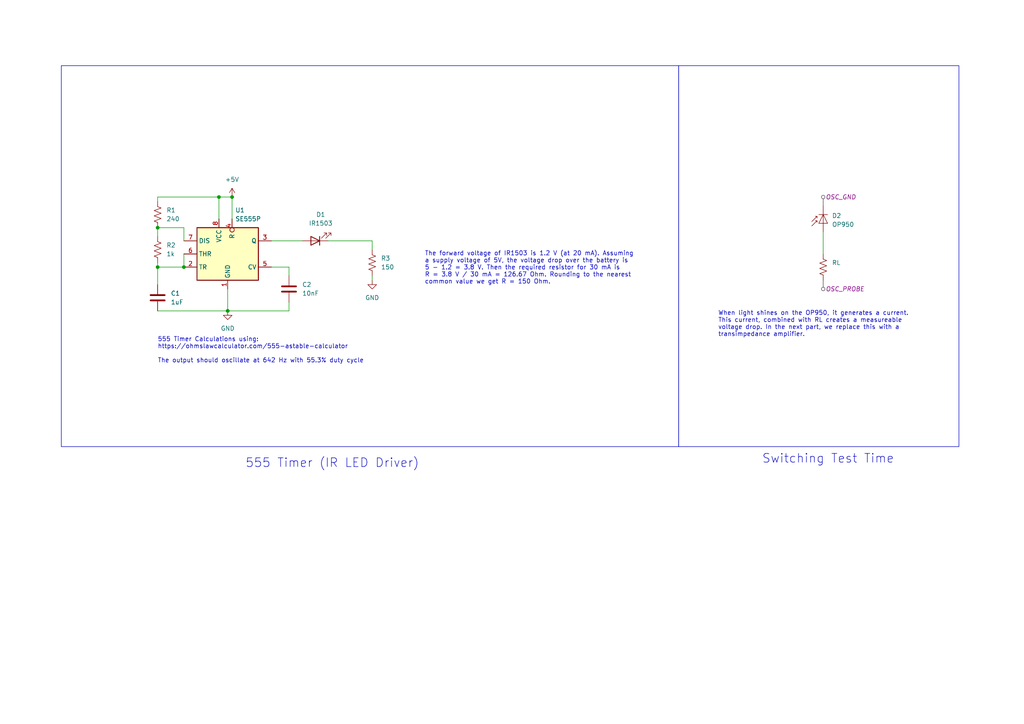
<source format=kicad_sch>
(kicad_sch (version 20230121) (generator eeschema)
  (paper "A4")
  (title_block (title "555 Timer & IR LED Driver / Sensor") (date "2024-02-05") (rev "2") (company "E80 Team 36"))
  (lib_symbols
    (symbol "Device:C" (pin_numbers hide) (pin_names (offset 0.254))
      (property "Reference" "C" (at 0.635 2.54 0))
      (property "Value" "C" (at 0.635 -2.54 0))
      (symbol "C_0_1"
        (polyline (pts (xy -2.032 -0.762) (xy 2.032 -0.762)) (stroke (width 0.508)))
        (polyline (pts (xy -2.032 0.762) (xy 2.032 0.762)) (stroke (width 0.508)))
      )
      (symbol "C_1_1"
        (pin passive line (at 0 3.81 270) (length 2.794) (name "~") (number "1"))
        (pin passive line (at 0 -3.81 90) (length 2.794) (name "~") (number "2"))
      )
    )
    (symbol "Device:R_US" (pin_numbers hide) (pin_names (offset 0))
      (property "Reference" "R" (at 2.54 0 90))
      (property "Value" "R_US" (at -2.54 0 90))
      (symbol "R_US_0_1"
        (polyline (pts (xy 0 -2.286) (xy 0 -2.54)))
        (polyline (pts (xy 0 2.286) (xy 0 2.54)))
        (polyline (pts (xy 0 -0.762) (xy 1.016 -1.143) (xy 0 -1.524) (xy -1.016 -1.905) (xy 0 -2.286)))
        (polyline (pts (xy 0 0.762) (xy 1.016 0.381) (xy 0 0) (xy -1.016 -0.381) (xy 0 -0.762)))
        (polyline (pts (xy 0 2.286) (xy 1.016 1.905) (xy 0 1.524) (xy -1.016 1.143) (xy 0 0.762)))
      )
      (symbol "R_US_1_1"
        (pin passive line (at 0 3.81 270) (length 1.27) (name "~") (number "1"))
        (pin passive line (at 0 -3.81 90) (length 1.27) (name "~") (number "2"))
      )
    )
    (symbol "LED:IR26-21C_L110_TR8" (pin_numbers hide) (pin_names (offset 1.016) hide)
      (property "Reference" "D" (at 0 2.54 0))
      (property "Value" "IR26-21C_L110_TR8" (at 0 -3.81 0))
      (symbol "IR26-21C_L110_TR8_0_1"
        (polyline (pts (xy -1.27 -1.27) (xy -1.27 1.27)) (stroke (width 0.254)))
        (polyline (pts (xy -1.27 0) (xy 1.27 0)))
        (polyline (pts (xy 1.27 -1.27) (xy 1.27 1.27) (xy -1.27 0) (xy 1.27 -1.27)) (stroke (width 0.254)))
        (polyline (pts (xy -3.048 -0.762) (xy -4.572 -2.286) (xy -3.81 -2.286) (xy -4.572 -2.286) (xy -4.572 -1.524)))
        (polyline (pts (xy -1.778 -0.762) (xy -3.302 -2.286) (xy -2.54 -2.286) (xy -3.302 -2.286) (xy -3.302 -1.524)))
      )
      (symbol "IR26-21C_L110_TR8_1_1"
        (pin passive line (at -3.81 0 0) (length 2.54) (name "K") (number "1"))
        (pin passive line (at 3.81 0 180) (length 2.54) (name "A") (number "2"))
      )
    )
    (symbol "Sensor_Optical:BP104" (pin_numbers hide) (pin_names (offset 1.016) hide)
      (property "Reference" "D" (at 0.508 1.778 0))
      (property "Value" "BP104" (at -1.016 -2.794 0))
      (symbol "BP104_0_1"
        (polyline (pts (xy -2.54 1.27) (xy -2.54 -1.27)) (stroke (width 0.1524)))
        (polyline (pts (xy -2.032 1.778) (xy -1.524 1.778)))
        (polyline (pts (xy 0 -1.27) (xy 0 1.27)))
        (polyline (pts (xy 0 0) (xy -2.54 0)))
        (polyline (pts (xy -0.508 3.302) (xy -2.032 1.778) (xy -2.032 2.286)))
        (polyline (pts (xy 0 1.27) (xy -2.54 0) (xy 0 -1.27)))
        (polyline (pts (xy 0.762 3.302) (xy -0.762 1.778) (xy -0.762 2.286) (xy -0.762 1.778) (xy -0.254 1.778)))
      )
      (symbol "BP104_1_1"
        (pin passive line (at -5.08 0 0) (length 2.54) (name "K") (number "1"))
        (pin passive line (at 2.54 0 180) (length 2.54) (name "A") (number "2"))
      )
    )
    (symbol "Timer:SE555P"
      (property "Reference" "U1" (at 2.1941 12.7 0))
      (property "Value" "SE555P" (at 2.1941 10.16 0))
      (symbol "SE555P_0_0"
        (pin power_in line (at 0 -10.16 90) (length 2.54) (name "GND") (number "1"))
        (pin power_in line (at -2.54 10.16 270) (length 2.54) (name "VCC") (number "8"))
      )
      (symbol "SE555P_0_1"
        (rectangle (start -8.89 -7.62) (end 8.89 7.62) (stroke (width 0.254)) (fill (type background)))
        (rectangle (start -8.89 -7.62) (end 8.89 7.62) (stroke (width 0.254)) (fill (type background)))
      )
      (symbol "SE555P_1_1"
        (pin input line (at -12.7 -3.81 0) (length 3.81) (name "TR") (number "2"))
        (pin output line (at 12.7 3.81 180) (length 3.81) (name "Q") (number "3"))
        (pin input inverted (at 1.27 10.16 270) (length 3.81) (name "R") (number "4"))
        (pin input line (at 12.7 -3.81 180) (length 3.81) (name "CV") (number "5"))
        (pin input line (at -12.7 0 0) (length 3.81) (name "THR") (number "6"))
        (pin input line (at -12.7 3.81 0) (length 3.81) (name "DIS") (number "7"))
      )
    )
    (symbol "power:+5V" (power) (pin_names (offset 0))
      (property "Value" "+5V" (at 0 3.556 0))
      (symbol "+5V_0_1"
        (polyline (pts (xy -0.762 1.27) (xy 0 2.54)))
        (polyline (pts (xy 0 0) (xy 0 2.54)))
        (polyline (pts (xy 0 2.54) (xy 0.762 1.27)))
      )
      (symbol "+5V_1_1"
        (pin power_in line (at 0 0 90) (length 0) hide (name "+5V") (number "1"))
      )
    )
    (symbol "power:GND" (power) (pin_names (offset 0))
      (property "Value" "GND" (at 0 -3.81 0))
      (symbol "GND_0_1"
        (polyline (pts (xy 0 0) (xy 0 -1.27) (xy 1.27 -1.27) (xy 0 -2.54) (xy -1.27 -1.27) (xy 0 -1.27)))
      )
      (symbol "GND_1_1"
        (pin power_in line (at 0 0 270) (length 0) hide (name "GND") (number "1"))
      )
    )
  )
  (junction (at 63.5 57.15))
  (junction (at 45.72 77.47))
  (junction (at 66.04 90.17))
  (junction (at 53.34 77.47))
  (junction (at 67.31 57.15))
  (junction (at 45.72 66.04))
  (wire (pts (xy 45.72 68.58) (xy 45.72 66.04)))
  (wire (pts (xy 95.25 69.85) (xy 107.95 69.85)))
  (wire (pts (xy 107.95 69.85) (xy 107.95 72.39)))
  (wire (pts (xy 83.82 90.17) (xy 66.04 90.17)))
  (wire (pts (xy 63.5 57.15) (xy 63.5 63.5)))
  (wire (pts (xy 78.74 77.47) (xy 83.82 77.47)))
  (wire (pts (xy 78.74 69.85) (xy 87.63 69.85)))
  (wire (pts (xy 53.34 69.85) (xy 53.34 66.04)))
  (wire (pts (xy 45.72 90.17) (xy 66.04 90.17)))
  (wire (pts (xy 45.72 76.2) (xy 45.72 77.47)))
  (wire (pts (xy 107.95 80.01) (xy 107.95 81.28)))
  (wire (pts (xy 67.31 57.15) (xy 67.31 63.5)))
  (wire (pts (xy 45.72 57.15) (xy 63.5 57.15)))
  (wire (pts (xy 53.34 66.04) (xy 45.72 66.04)))
  (wire (pts (xy 83.82 87.63) (xy 83.82 90.17)))
  (wire (pts (xy 53.34 73.66) (xy 53.34 77.47)))
  (wire (pts (xy 63.5 57.15) (xy 67.31 57.15)))
  (wire (pts (xy 238.76 67.31) (xy 238.76 73.66)))
  (wire (pts (xy 66.04 90.17) (xy 66.04 83.82)))
  (wire (pts (xy 45.72 77.47) (xy 45.72 82.55)))
  (wire (pts (xy 45.72 77.47) (xy 53.34 77.47)))
  (wire (pts (xy 45.72 58.42) (xy 45.72 57.15)))
  (wire (pts (xy 83.82 77.47) (xy 83.82 80.01)))
  (rectangle (start 17.78 19.05) (end 196.85 129.54))
  (rectangle (start 196.85 19.05) (end 278.13 129.54))
  (text "When light shines on the OP950, it generates a current.\nThis current, combined with RL creates a measureable\nvoltage drop. In the next part, we replace this with a\ntransimpedance amplifier." (at 208.28 97.79 0) (effects (font (size 1.27 1.27)) (justify left bottom)))
  (text "555 Timer Calculations using:\nhttps://ohmslawcalculator.com/555-astable-calculator\n\nThe output should oscillate at 642 Hz with 55.3% duty cycle" (at 45.72 105.41 0) (effects (font (size 1.27 1.27)) (justify left bottom)))
  (text "Switching Test Time" (at 220.98 134.62 0) (effects (font (size 2.54 2.54)) (justify left bottom)))
  (text "555 Timer (IR LED Driver)" (at 71.12 135.89 0) (effects (font (size 2.54 2.54)) (justify left bottom)))
  (text "The forward voltage of IR1503 is 1.2 V (at 20 mA). Assuming\na supply voltage of 5V, the voltage drop over the battery is\n5 - 1.2 = 3.8 V. Then the required resistor for 30 mA is\nR = 3.8 V / 30 mA = 126.67 Ohm. Rounding to the nearest\ncommon value we get R = 150 Ohm." (at 123.19 82.55 0) (effects (font (size 1.27 1.27)) (justify left bottom)))
  (netclass_flag "" (length 2.54) (shape round) (at 238.76 59.69 0) (property "Netclass" "OSC_GND" (at 239.4585 57.15 0) (effects (font italic) (justify left))))
  (netclass_flag "" (length 2.54) (shape round) (at 238.76 81.28 180) (property "Netclass" "OSC_PROBE" (at 239.4585 83.82 0) (effects (font italic) (justify left))))
  (symbol (lib_id "Sensor_Optical:BP104") (at 238.76 64.77 90) (mirror x) (unit 1)
    (property "Reference" "D2" (at 241.3 62.5729 90) (effects (justify right)))
    (property "Value" "OP950" (at 241.3 65.1129 90) (effects (justify right)))
    (property "Footprint" "OptoDevice:Osram_DIL2_4.3x4.65mm_P5.08mm" (effects hide))
    (property "Datasheet" "http://www.vishay.com/docs/81500/81500.pdf" (effects hide))
  )
  (symbol (lib_id "power:+5V") (at 67.31 57.15 0) (unit 1)
    (property "Reference" "#PWR05" (effects hide))
    (property "Value" "+5V" (at 67.31 52.07 0))
  )
  (symbol (lib_id "LED:IR26-21C_L110_TR8") (at 91.44 69.85 180) (unit 1)
    (property "Reference" "D1" (at 93.0275 62.23 0))
    (property "Value" "IR1503" (at 93.0275 64.77 0))
    (property "Footprint" "LED_SMD:LED_1206_3216Metric" (effects hide))
    (property "Datasheet" "http://www.everlight.com/file/ProductFile/IR26-21C-L110-TR8.pdf" (effects hide))
  )
  (symbol (lib_id "Device:R_US") (at 45.72 62.23 0) (unit 1)
    (property "Reference" "R1" (at 48.26 60.96 0) (effects (justify left)))
    (property "Value" "240" (at 48.26 63.5 0) (effects (justify left)))
  )
  (symbol (lib_id "Device:C") (at 45.72 86.36 0) (unit 1)
    (property "Reference" "C1" (at 49.53 85.09 0) (effects (justify left)))
    (property "Value" "1uF" (at 49.53 87.63 0) (effects (justify left)))
  )
  (symbol (lib_id "power:GND") (at 107.95 81.28 0) (unit 1)
    (property "Reference" "#PWR02" (effects hide))
    (property "Value" "GND" (at 107.95 86.36 0))
  )
  (symbol (lib_id "Device:R_US") (at 238.76 77.47 180) (unit 1)
    (property "Reference" "RL" (at 241.3 76.2 0) (effects (justify right)))
  )
  (symbol (lib_id "power:GND") (at 66.04 90.17 0) (unit 1)
    (property "Reference" "#PWR01" (effects hide))
    (property "Value" "GND" (at 66.04 95.25 0))
  )
  (symbol (lib_id "Device:C") (at 83.82 83.82 0) (unit 1)
    (property "Reference" "C2" (at 87.63 82.55 0) (effects (justify left)))
    (property "Value" "10nF" (at 87.63 85.09 0) (effects (justify left)))
  )
  (symbol (lib_id "Device:R_US") (at 107.95 76.2 0) (unit 1)
    (property "Reference" "R3" (at 110.49 74.93 0) (effects (justify left)))
    (property "Value" "150" (at 110.49 77.47 0) (effects (justify left)))
  )
  (symbol (lib_id "Timer:SE555P") (at 66.04 73.66 0) (unit 1)
    (property "Reference" "U1" (at 68.2341 60.96 0) (effects (justify left)))
    (property "Value" "SE555P" (at 68.2341 63.5 0) (effects (justify left)))
    (property "Footprint" "Package_DIP:DIP-8_W7.62mm" (effects hide))
    (property "Datasheet" "http://www.ti.com/lit/ds/symlink/ne555.pdf" (effects hide))
  )
  (symbol (lib_id "Device:R_US") (at 45.72 72.39 0) (unit 1)
    (property "Reference" "R2" (at 48.26 71.12 0) (effects (justify left)))
    (property "Value" "1k" (at 48.26 73.66 0) (effects (justify left)))
  )
)
</source>
